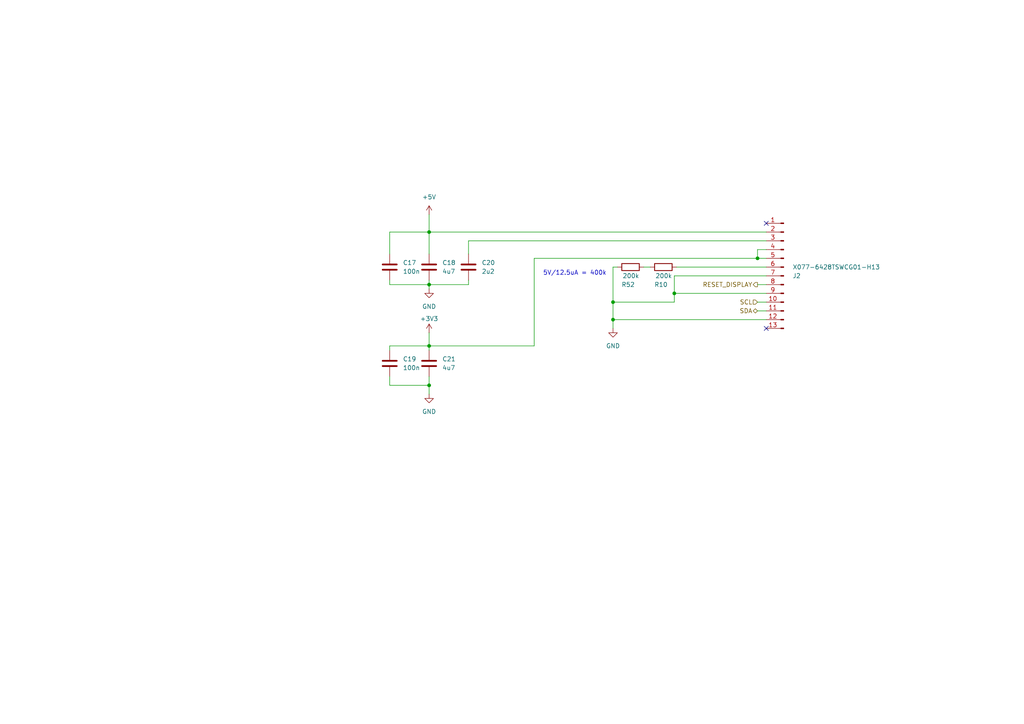
<source format=kicad_sch>
(kicad_sch (version 20231120) (generator "eeschema") (generator_version "8.0")
  (paper "A4")
  (lib_symbols
    (symbol "Connector:Conn_01x13_Pin" (pin_names (offset 1.016) hide)
      (property "Reference" "J" (at 0 17.78 0))
      (property "Value" "Conn_01x13_Pin" (at 0 -17.78 0))
      (symbol "Conn_01x13_Pin_1_1"
        (polyline (pts (xy 1.27 -15.24) (xy 0.8636 -15.24)) (stroke (width 0.1524)))
        (polyline (pts (xy 1.27 -12.7) (xy 0.8636 -12.7)) (stroke (width 0.1524)))
        (polyline (pts (xy 1.27 -10.16) (xy 0.8636 -10.16)) (stroke (width 0.1524)))
        (polyline (pts (xy 1.27 -7.62) (xy 0.8636 -7.62)) (stroke (width 0.1524)))
        (polyline (pts (xy 1.27 -5.08) (xy 0.8636 -5.08)) (stroke (width 0.1524)))
        (polyline (pts (xy 1.27 -2.54) (xy 0.8636 -2.54)) (stroke (width 0.1524)))
        (polyline (pts (xy 1.27 0) (xy 0.8636 0)) (stroke (width 0.1524)))
        (polyline (pts (xy 1.27 2.54) (xy 0.8636 2.54)) (stroke (width 0.1524)))
        (polyline (pts (xy 1.27 5.08) (xy 0.8636 5.08)) (stroke (width 0.1524)))
        (polyline (pts (xy 1.27 7.62) (xy 0.8636 7.62)) (stroke (width 0.1524)))
        (polyline (pts (xy 1.27 10.16) (xy 0.8636 10.16)) (stroke (width 0.1524)))
        (polyline (pts (xy 1.27 12.7) (xy 0.8636 12.7)) (stroke (width 0.1524)))
        (polyline (pts (xy 1.27 15.24) (xy 0.8636 15.24)) (stroke (width 0.1524)))
        (rectangle (start 0.8636 -15.113) (end 0 -15.367) (stroke (width 0.1524)) (fill (type outline)))
        (rectangle (start 0.8636 -12.573) (end 0 -12.827) (stroke (width 0.1524)) (fill (type outline)))
        (rectangle (start 0.8636 -10.033) (end 0 -10.287) (stroke (width 0.1524)) (fill (type outline)))
        (rectangle (start 0.8636 -7.493) (end 0 -7.747) (stroke (width 0.1524)) (fill (type outline)))
        (rectangle (start 0.8636 -4.953) (end 0 -5.207) (stroke (width 0.1524)) (fill (type outline)))
        (rectangle (start 0.8636 -2.413) (end 0 -2.667) (stroke (width 0.1524)) (fill (type outline)))
        (rectangle (start 0.8636 0.127) (end 0 -0.127) (stroke (width 0.1524)) (fill (type outline)))
        (rectangle (start 0.8636 2.667) (end 0 2.413) (stroke (width 0.1524)) (fill (type outline)))
        (rectangle (start 0.8636 5.207) (end 0 4.953) (stroke (width 0.1524)) (fill (type outline)))
        (rectangle (start 0.8636 7.747) (end 0 7.493) (stroke (width 0.1524)) (fill (type outline)))
        (rectangle (start 0.8636 10.287) (end 0 10.033) (stroke (width 0.1524)) (fill (type outline)))
        (rectangle (start 0.8636 12.827) (end 0 12.573) (stroke (width 0.1524)) (fill (type outline)))
        (rectangle (start 0.8636 15.367) (end 0 15.113) (stroke (width 0.1524)) (fill (type outline)))
        (pin passive line (at 5.08 15.24 180) (length 3.81) (name "Pin_1") (number "1"))
        (pin passive line (at 5.08 -7.62 180) (length 3.81) (name "Pin_10") (number "10"))
        (pin passive line (at 5.08 -10.16 180) (length 3.81) (name "Pin_11") (number "11"))
        (pin passive line (at 5.08 -12.7 180) (length 3.81) (name "Pin_12") (number "12"))
        (pin passive line (at 5.08 -15.24 180) (length 3.81) (name "Pin_13") (number "13"))
        (pin passive line (at 5.08 12.7 180) (length 3.81) (name "Pin_2") (number "2"))
        (pin passive line (at 5.08 10.16 180) (length 3.81) (name "Pin_3") (number "3"))
        (pin passive line (at 5.08 7.62 180) (length 3.81) (name "Pin_4") (number "4"))
        (pin passive line (at 5.08 5.08 180) (length 3.81) (name "Pin_5") (number "5"))
        (pin passive line (at 5.08 2.54 180) (length 3.81) (name "Pin_6") (number "6"))
        (pin passive line (at 5.08 0 180) (length 3.81) (name "Pin_7") (number "7"))
        (pin passive line (at 5.08 -2.54 180) (length 3.81) (name "Pin_8") (number "8"))
        (pin passive line (at 5.08 -5.08 180) (length 3.81) (name "Pin_9") (number "9"))
      )
    )
    (symbol "Device:C" (pin_numbers hide) (pin_names (offset 0.254))
      (property "Reference" "C" (at 0.635 2.54 0))
      (property "Value" "C" (at 0.635 -2.54 0))
      (symbol "C_0_1"
        (polyline (pts (xy -2.032 -0.762) (xy 2.032 -0.762)) (stroke (width 0.508)))
        (polyline (pts (xy -2.032 0.762) (xy 2.032 0.762)) (stroke (width 0.508)))
      )
      (symbol "C_1_1"
        (pin passive line (at 0 3.81 270) (length 2.794) (name "~") (number "1"))
        (pin passive line (at 0 -3.81 90) (length 2.794) (name "~") (number "2"))
      )
    )
    (symbol "Device:R" (pin_numbers hide) (pin_names (offset 0))
      (property "Reference" "R" (at 2.032 0 90))
      (property "Value" "R" (at 0 0 90))
      (symbol "R_0_1"
        (rectangle (start -1.016 -2.54) (end 1.016 2.54) (stroke (width 0.254)))
      )
      (symbol "R_1_1"
        (pin passive line (at 0 3.81 270) (length 1.27) (name "~") (number "1"))
        (pin passive line (at 0 -3.81 90) (length 1.27) (name "~") (number "2"))
      )
    )
    (symbol "power:+3V3" (power) (pin_numbers hide) (pin_names (offset 0) hide)
      (property "Value" "+3V3" (at 0 3.556 0))
      (symbol "+3V3_0_1"
        (polyline (pts (xy -0.762 1.27) (xy 0 2.54)))
        (polyline (pts (xy 0 0) (xy 0 2.54)))
        (polyline (pts (xy 0 2.54) (xy 0.762 1.27)))
      )
      (symbol "+3V3_1_1"
        (pin power_in line (at 0 0 90) (length 0) (name "~") (number "1"))
      )
    )
    (symbol "power:+5V" (power) (pin_names (offset 0))
      (property "Value" "+5V" (at 0 3.556 0))
      (symbol "+5V_0_1"
        (polyline (pts (xy -0.762 1.27) (xy 0 2.54)))
        (polyline (pts (xy 0 0) (xy 0 2.54)))
        (polyline (pts (xy 0 2.54) (xy 0.762 1.27)))
      )
      (symbol "+5V_1_1"
        (pin power_in line (at 0 0 90) (length 0) hide (name "+5V") (number "1"))
      )
    )
    (symbol "power:GND" (power) (pin_names (offset 0))
      (property "Value" "GND" (at 0 -3.81 0))
      (symbol "GND_0_1"
        (polyline (pts (xy 0 0) (xy 0 -1.27) (xy 1.27 -1.27) (xy 0 -2.54) (xy -1.27 -1.27) (xy 0 -1.27)))
      )
      (symbol "GND_1_1"
        (pin power_in line (at 0 0 270) (length 0) hide (name "GND") (number "1"))
      )
    )
  )
  (junction (at 177.8 87.63))
  (junction (at 195.58 85.09))
  (junction (at 124.46 111.76))
  (junction (at 124.46 82.55))
  (junction (at 124.46 67.31))
  (junction (at 219.71 74.93))
  (junction (at 124.46 100.33))
  (junction (at 177.8 92.71))
  (no_connect (at 222.25 95.25))
  (no_connect (at 222.25 64.77))
  (wire (pts (xy 154.94 100.33) (xy 124.46 100.33)))
  (wire (pts (xy 135.89 69.85) (xy 222.25 69.85)))
  (wire (pts (xy 195.58 85.09) (xy 195.58 87.63)))
  (wire (pts (xy 113.03 109.22) (xy 113.03 111.76)))
  (wire (pts (xy 177.8 77.47) (xy 177.8 87.63)))
  (wire (pts (xy 154.94 74.93) (xy 154.94 100.33)))
  (wire (pts (xy 113.03 81.28) (xy 113.03 82.55)))
  (wire (pts (xy 177.8 92.71) (xy 222.25 92.71)))
  (wire (pts (xy 195.58 80.01) (xy 195.58 85.09)))
  (wire (pts (xy 177.8 77.47) (xy 179.07 77.47)))
  (wire (pts (xy 195.58 87.63) (xy 177.8 87.63)))
  (wire (pts (xy 222.25 80.01) (xy 195.58 80.01)))
  (wire (pts (xy 124.46 96.52) (xy 124.46 100.33)))
  (wire (pts (xy 195.58 85.09) (xy 222.25 85.09)))
  (wire (pts (xy 113.03 82.55) (xy 124.46 82.55)))
  (wire (pts (xy 124.46 111.76) (xy 124.46 109.22)))
  (wire (pts (xy 177.8 92.71) (xy 177.8 95.25)))
  (wire (pts (xy 219.71 90.17) (xy 222.25 90.17)))
  (wire (pts (xy 186.69 77.47) (xy 188.595 77.47)))
  (wire (pts (xy 124.46 82.55) (xy 135.89 82.55)))
  (wire (pts (xy 124.46 81.28) (xy 124.46 82.55)))
  (wire (pts (xy 219.71 82.55) (xy 222.25 82.55)))
  (wire (pts (xy 219.71 74.93) (xy 222.25 74.93)))
  (wire (pts (xy 124.46 100.33) (xy 124.46 101.6)))
  (wire (pts (xy 113.03 67.31) (xy 124.46 67.31)))
  (wire (pts (xy 113.03 100.33) (xy 124.46 100.33)))
  (wire (pts (xy 135.89 81.28) (xy 135.89 82.55)))
  (wire (pts (xy 124.46 82.55) (xy 124.46 83.82)))
  (wire (pts (xy 124.46 67.31) (xy 222.25 67.31)))
  (wire (pts (xy 113.03 67.31) (xy 113.03 73.66)))
  (wire (pts (xy 177.8 87.63) (xy 177.8 92.71)))
  (wire (pts (xy 124.46 111.76) (xy 124.46 114.3)))
  (wire (pts (xy 113.03 111.76) (xy 124.46 111.76)))
  (wire (pts (xy 124.46 62.23) (xy 124.46 67.31)))
  (wire (pts (xy 113.03 100.33) (xy 113.03 101.6)))
  (wire (pts (xy 219.71 87.63) (xy 222.25 87.63)))
  (wire (pts (xy 219.71 74.93) (xy 154.94 74.93)))
  (wire (pts (xy 124.46 67.31) (xy 124.46 73.66)))
  (wire (pts (xy 135.89 73.66) (xy 135.89 69.85)))
  (wire (pts (xy 196.215 77.47) (xy 222.25 77.47)))
  (wire (pts (xy 219.71 72.39) (xy 222.25 72.39)))
  (wire (pts (xy 219.71 72.39) (xy 219.71 74.93)))
  (text "5V/12.5uA = 400k" (at 157.48 80.01 0) (effects (font (size 1.27 1.27)) (justify left bottom)))
  (hierarchical_label "RESET_DISPLAY" (shape output) (at 219.71 82.55 180))
  (hierarchical_label "SDA" (shape bidirectional) (at 219.71 90.17 180))
  (hierarchical_label "SCL" (shape input) (at 219.71 87.63 180))
  (symbol (lib_id "power:GND") (at 124.46 114.3 0) (unit 1)
    (property "Reference" "#PWR023" (effects (hide yes)))
    (property "Value" "GND" (at 124.46 119.38 0))
    (instances (project "system-on-a-business-card" (path "" (reference "#PWR023") (unit 1))) (project "smart-proofing-box" (path "" (reference "#PWR?") (unit 1))))
  )
  (symbol (lib_id "power:+3V3") (at 124.46 96.52 0) (unit 1)
    (property "Reference" "#PWR07" (effects (hide yes)))
    (property "Value" "+3V3" (at 124.46 92.456 0))
    (property "Description" "Power symbol creates a global label with name \"+3V3\"" (effects (hide yes)))
  )
  (symbol (lib_id "Device:C") (at 113.03 77.47 0) (unit 1)
    (property "Reference" "C17" (at 116.84 76.1999 0) (effects (justify left)))
    (property "Value" "100n" (at 116.84 78.7399 0) (effects (justify left)))
    (property "Footprint" "Capacitor_SMD:C_0402_1005Metric_Pad0.74x0.62mm_HandSolder" (effects (hide yes)))
    (instances (project "system-on-a-business-card" (path "" (reference "C17") (unit 1))) (project "smart-proofing-box" (path "" (reference "C?") (unit 1))))
  )
  (symbol (lib_id "Device:C") (at 135.89 77.47 0) (unit 1)
    (property "Reference" "C20" (at 139.7 76.1999 0) (effects (justify left)))
    (property "Value" "2u2" (at 139.7 78.7399 0) (effects (justify left)))
    (property "Footprint" "Capacitor_SMD:C_0402_1005Metric_Pad0.74x0.62mm_HandSolder" (effects (hide yes)))
    (instances (project "system-on-a-business-card" (path "" (reference "C20") (unit 1))) (project "smart-proofing-box" (path "" (reference "C?") (unit 1))))
  )
  (symbol (lib_id "Device:C") (at 124.46 105.41 0) (unit 1)
    (property "Reference" "C21" (at 128.27 104.1399 0) (effects (justify left)))
    (property "Value" "4u7" (at 128.27 106.6799 0) (effects (justify left)))
    (property "Footprint" "Capacitor_SMD:C_0402_1005Metric_Pad0.74x0.62mm_HandSolder" (effects (hide yes)))
    (instances (project "system-on-a-business-card" (path "" (reference "C21") (unit 1))) (project "smart-proofing-box" (path "" (reference "C?") (unit 1))))
  )
  (symbol (lib_id "Connector:Conn_01x13_Pin") (at 227.33 80.01 0) (mirror y) (unit 1)
    (property "Reference" "J2" (at 229.87 80.01 0) (effects (justify right)))
    (property "Value" "X077-6428TSWCG01-H13" (at 229.87 77.47 0) (effects (justify right)))
    (property "Footprint" "Prj_display:X077-6428TSWCG01-H13" (effects (hide yes)))
    (instances (project "system-on-a-business-card" (path "" (reference "J2") (unit 1))) (project "smart-proofing-box" (path "" (reference "J?") (unit 1))))
  )
  (symbol (lib_id "Device:R") (at 182.88 77.47 90) (unit 1)
    (property "Reference" "R52" (at 184.15 82.55 90) (effects (justify left)))
    (property "Value" "200k" (at 185.42 80.01 90) (effects (justify left)))
    (property "Footprint" "Resistor_SMD:R_0402_1005Metric_Pad0.72x0.64mm_HandSolder" (effects (hide yes)))
    (instances (project "system-on-a-business-card" (path "" (reference "R52") (unit 1))) (project "smart-proofing-box" (path "" (reference "R?") (unit 1))))
  )
  (symbol (lib_id "Device:R") (at 192.405 77.47 90) (unit 1)
    (property "Reference" "R10" (at 193.675 82.55 90) (effects (justify left)))
    (property "Value" "200k" (at 194.945 80.01 90) (effects (justify left)))
    (property "Footprint" "Resistor_SMD:R_0402_1005Metric_Pad0.72x0.64mm_HandSolder" (effects (hide yes)))
    (instances (project "system-on-a-business-card" (path "" (reference "R10") (unit 1))) (project "smart-proofing-box" (path "" (reference "R?") (unit 1))))
  )
  (symbol (lib_id "Device:C") (at 113.03 105.41 0) (unit 1)
    (property "Reference" "C19" (at 116.84 104.14 0) (effects (justify left)))
    (property "Value" "100n" (at 116.84 106.68 0) (effects (justify left)))
    (property "Footprint" "Capacitor_SMD:C_0402_1005Metric_Pad0.74x0.62mm_HandSolder" (effects (hide yes)))
    (instances (project "system-on-a-business-card" (path "" (reference "C19") (unit 1))) (project "smart-proofing-box" (path "" (reference "C?") (unit 1))))
  )
  (symbol (lib_id "power:GND") (at 124.46 83.82 0) (unit 1)
    (property "Reference" "#PWR024" (effects (hide yes)))
    (property "Value" "GND" (at 124.46 88.9 0))
    (instances (project "system-on-a-business-card" (path "" (reference "#PWR024") (unit 1))) (project "smart-proofing-box" (path "" (reference "#PWR?") (unit 1))))
  )
  (symbol (lib_id "power:GND") (at 177.8 95.25 0) (unit 1)
    (property "Reference" "#PWR025" (effects (hide yes)))
    (property "Value" "GND" (at 177.8 100.33 0))
    (instances (project "system-on-a-business-card" (path "" (reference "#PWR025") (unit 1))) (project "smart-proofing-box" (path "" (reference "#PWR?") (unit 1))))
  )
  (symbol (lib_id "power:+5V") (at 124.46 62.23 0) (unit 1)
    (property "Reference" "#PWR022" (effects (hide yes)))
    (property "Value" "+5V" (at 124.46 57.15 0))
    (instances (project "system-on-a-business-card" (path "" (reference "#PWR022") (unit 1))) (project "smart-proofing-box" (path "" (reference "#PWR?") (unit 1))))
  )
  (symbol (lib_id "Device:C") (at 124.46 77.47 0) (unit 1)
    (property "Reference" "C18" (at 128.27 76.1999 0) (effects (justify left)))
    (property "Value" "4u7" (at 128.27 78.7399 0) (effects (justify left)))
    (property "Footprint" "Capacitor_SMD:C_0402_1005Metric_Pad0.74x0.62mm_HandSolder" (effects (hide yes)))
    (instances (project "system-on-a-business-card" (path "" (reference "C18") (unit 1))) (project "smart-proofing-box" (path "" (reference "C?") (unit 1))))
  )
)
</source>
